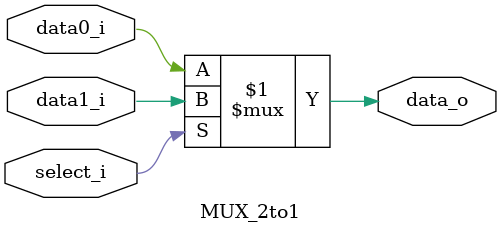
<source format=v>
module MUX_2to1(
               data0_i,
               data1_i,
               select_i,
               data_o
               );

parameter size = 1;			   
			
// I/O ports               
input   [size-1:0] data0_i;          
input   [size-1:0] data1_i;
input              select_i;

output  [size-1:0] data_o; 

// Internal Signals
assign data_o = (select_i) ? data1_i : data0_i;


endmodule          
</source>
